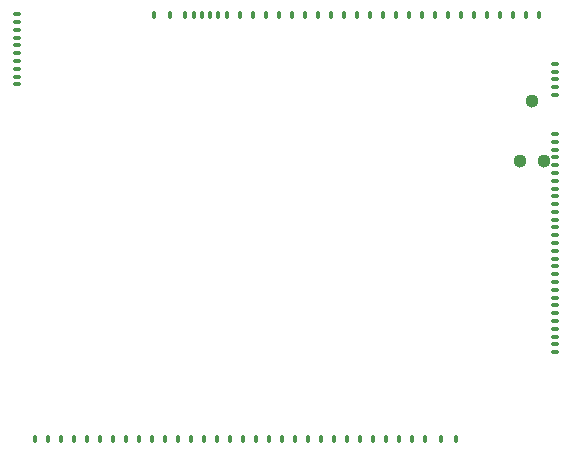
<source format=gbs>
G04*
G04 #@! TF.GenerationSoftware,Altium Limited,Altium Designer,20.2.7 (254)*
G04*
G04 Layer_Color=16711935*
%FSLAX25Y25*%
%MOIN*%
G70*
G04*
G04 #@! TF.SameCoordinates,98A84B93-692B-4054-BE22-6563CBDD48F4*
G04*
G04*
G04 #@! TF.FilePolarity,Negative*
G04*
G01*
G75*
%ADD71C,0.04451*%
G04:AMPARAMS|DCode=93|XSize=15.35mil|YSize=25.2mil|CornerRadius=7.68mil|HoleSize=0mil|Usage=FLASHONLY|Rotation=90.000|XOffset=0mil|YOffset=0mil|HoleType=Round|Shape=RoundedRectangle|*
%AMROUNDEDRECTD93*
21,1,0.01535,0.00984,0,0,90.0*
21,1,0.00000,0.02520,0,0,90.0*
1,1,0.01535,0.00492,0.00000*
1,1,0.01535,0.00492,0.00000*
1,1,0.01535,-0.00492,0.00000*
1,1,0.01535,-0.00492,0.00000*
%
%ADD93ROUNDEDRECTD93*%
G04:AMPARAMS|DCode=94|XSize=15.35mil|YSize=25.2mil|CornerRadius=7.68mil|HoleSize=0mil|Usage=FLASHONLY|Rotation=0.000|XOffset=0mil|YOffset=0mil|HoleType=Round|Shape=RoundedRectangle|*
%AMROUNDEDRECTD94*
21,1,0.01535,0.00984,0,0,0.0*
21,1,0.00000,0.02520,0,0,0.0*
1,1,0.01535,0.00000,-0.00492*
1,1,0.01535,0.00000,-0.00492*
1,1,0.01535,0.00000,0.00492*
1,1,0.01535,0.00000,0.00492*
%
%ADD94ROUNDEDRECTD94*%
D71*
X169425Y94921D02*
D03*
X177425D02*
D03*
X173425Y114921D02*
D03*
D93*
X1870Y141181D02*
D03*
Y143780D02*
D03*
Y120394D02*
D03*
Y122992D02*
D03*
Y125591D02*
D03*
Y128189D02*
D03*
Y130787D02*
D03*
Y133386D02*
D03*
Y135984D02*
D03*
Y138583D02*
D03*
X181110Y51909D02*
D03*
Y54508D02*
D03*
Y57106D02*
D03*
Y59705D02*
D03*
Y62303D02*
D03*
Y64902D02*
D03*
Y67500D02*
D03*
Y70098D02*
D03*
Y72697D02*
D03*
Y75295D02*
D03*
Y77894D02*
D03*
Y80492D02*
D03*
Y83091D02*
D03*
Y85689D02*
D03*
Y88287D02*
D03*
Y90886D02*
D03*
Y93484D02*
D03*
Y96083D02*
D03*
Y98681D02*
D03*
Y101279D02*
D03*
Y103878D02*
D03*
Y116870D02*
D03*
Y127264D02*
D03*
Y124665D02*
D03*
Y122067D02*
D03*
Y119468D02*
D03*
Y31122D02*
D03*
Y33720D02*
D03*
Y36319D02*
D03*
Y38917D02*
D03*
Y41516D02*
D03*
Y44114D02*
D03*
Y46713D02*
D03*
Y49311D02*
D03*
D94*
X175689Y143512D02*
D03*
X7815Y2059D02*
D03*
X29469D02*
D03*
X33799D02*
D03*
X158366Y143512D02*
D03*
X154035D02*
D03*
X149705D02*
D03*
X145374D02*
D03*
X141043D02*
D03*
X136713D02*
D03*
X132382D02*
D03*
X128051D02*
D03*
X123720D02*
D03*
X119390D02*
D03*
X115059D02*
D03*
X110728D02*
D03*
X106398D02*
D03*
X102067D02*
D03*
X97736D02*
D03*
X93405D02*
D03*
X89075D02*
D03*
X84744D02*
D03*
X80413D02*
D03*
X76083D02*
D03*
X71752D02*
D03*
X68701D02*
D03*
X47461D02*
D03*
X52658D02*
D03*
X57854D02*
D03*
X63465D02*
D03*
X38130Y2059D02*
D03*
X42461D02*
D03*
X46791D02*
D03*
X51122D02*
D03*
X55453D02*
D03*
X59784D02*
D03*
X64114D02*
D03*
X68445D02*
D03*
X72776D02*
D03*
X77106D02*
D03*
X81437D02*
D03*
X85768D02*
D03*
X90099D02*
D03*
X94429D02*
D03*
X98760D02*
D03*
X103091D02*
D03*
X107421D02*
D03*
X111752D02*
D03*
X116083D02*
D03*
X120413D02*
D03*
X124744D02*
D03*
X129075D02*
D03*
X148130D02*
D03*
X142933D02*
D03*
X137736D02*
D03*
X133405D02*
D03*
X12146D02*
D03*
X16477D02*
D03*
X20807D02*
D03*
X25138D02*
D03*
X171358Y143512D02*
D03*
X167027D02*
D03*
X162697D02*
D03*
X60847D02*
D03*
X66083D02*
D03*
M02*

</source>
